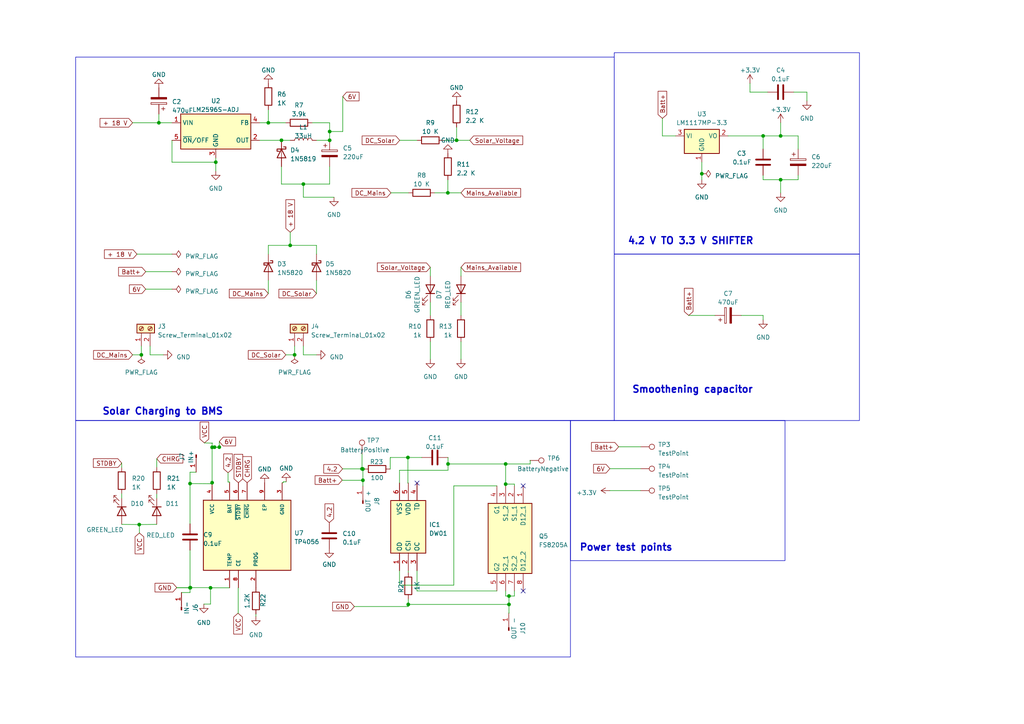
<source format=kicad_sch>
(kicad_sch (version 20230121) (generator eeschema)
  (paper "A4")
  (lib_symbols
    (symbol "Connector:Conn_01x01_Pin" (pin_names (offset 1.016) hide)
      (property "Reference" "J" (at 0 2.54 0))
      (property "Value" "Conn_01x01_Pin" (at 0 -2.54 0))
      (symbol "Conn_01x01_Pin_1_1"
        (pin passive line (at 5.08 0 180) (length 3.81) (name "Pin_1") (number "1"))
      )
    )
    (symbol "Connector:Screw_Terminal_01x02" (pin_names (offset 1.016) hide)
      (property "Reference" "J" (at 0 2.54 0))
      (property "Value" "Screw_Terminal_01x02" (at 0 -5.08 0))
      (symbol "Screw_Terminal_01x02_1_1"
        (pin passive line (at -5.08 0 0) (length 3.81) (name "Pin_1") (number "1"))
        (pin passive line (at -5.08 -2.54 0) (length 3.81) (name "Pin_2") (number "2"))
      )
    )
    (symbol "Connector:TestPoint" (pin_numbers hide) (pin_names (offset 0.762) hide)
      (property "Reference" "TP" (at 0 6.858 0))
      (property "Value" "TestPoint" (at 0 5.08 0))
      (symbol "TestPoint_1_1"
        (pin passive line (at 0 0 90) (length 2.54) (name "1") (number "1"))
      )
    )
    (symbol "DW01:DW01"
      (property "Reference" "IC" (at 21.59 7.62 0))
      (property "Value" "DW01" (at 21.59 5.08 0))
      (symbol "DW01_1_1"
        (pin passive line (at 0 0 0) (length 5.08) (name "OD") (number "1"))
        (pin passive line (at 0 -2.54 0) (length 5.08) (name "CSI") (number "2"))
        (pin passive line (at 0 -5.08 0) (length 5.08) (name "OC") (number "3"))
        (pin passive line (at 25.4 -5.08 180) (length 5.08) (name "TD") (number "4"))
        (pin passive line (at 25.4 -2.54 180) (length 5.08) (name "VDD") (number "5"))
        (pin passive line (at 25.4 0 180) (length 5.08) (name "VSS") (number "6"))
      )
    )
    (symbol "Device:C" (pin_numbers hide) (pin_names (offset 0.254))
      (property "Reference" "C" (at 0.635 2.54 0))
      (property "Value" "C" (at 0.635 -2.54 0))
      (symbol "C_1_1"
        (pin passive line (at 0 3.81 270) (length 2.794) (name "~") (number "1"))
        (pin passive line (at 0 -3.81 90) (length 2.794) (name "~") (number "2"))
      )
    )
    (symbol "Device:C_Polarized" (pin_numbers hide) (pin_names (offset 0.254))
      (property "Reference" "C" (at 0.635 2.54 0))
      (property "Value" "C_Polarized" (at 0.635 -2.54 0))
      (symbol "C_Polarized_1_1"
        (pin passive line (at 0 3.81 270) (length 2.794) (name "~") (number "1"))
        (pin passive line (at 0 -3.81 90) (length 2.794) (name "~") (number "2"))
      )
    )
    (symbol "Device:L" (pin_numbers hide) (pin_names (offset 1.016) hide)
      (property "Reference" "L" (at -1.27 0 90))
      (property "Value" "L" (at 1.905 0 90))
      (symbol "L_1_1"
        (pin passive line (at 0 3.81 270) (length 1.27) (name "1") (number "1"))
        (pin passive line (at 0 -3.81 90) (length 1.27) (name "2") (number "2"))
      )
    )
    (symbol "Device:LED" (pin_numbers hide) (pin_names (offset 1.016) hide)
      (property "Reference" "D" (at 0 2.54 0))
      (property "Value" "LED" (at 0 -2.54 0))
      (symbol "LED_1_1"
        (pin passive line (at -3.81 0 0) (length 2.54) (name "K") (number "1"))
        (pin passive line (at 3.81 0 180) (length 2.54) (name "A") (number "2"))
      )
    )
    (symbol "Device:R" (pin_numbers hide) (pin_names (offset 0))
      (property "Reference" "R" (at 2.032 0 90))
      (property "Value" "R" (at 0 0 90))
      (symbol "R_1_1"
        (pin passive line (at 0 3.81 270) (length 1.27) (name "~") (number "1"))
        (pin passive line (at 0 -3.81 90) (length 1.27) (name "~") (number "2"))
      )
    )
    (symbol "Diode:1N5819" (pin_numbers hide) (pin_names (offset 1.016) hide)
      (property "Reference" "D" (at 0 2.54 0))
      (property "Value" "1N5819" (at 0 -2.54 0))
      (symbol "1N5819_1_1"
        (pin passive line (at -3.81 0 0) (length 2.54) (name "K") (number "1"))
        (pin passive line (at 3.81 0 180) (length 2.54) (name "A") (number "2"))
      )
    )
    (symbol "Diode:1N5820" (pin_numbers hide) (pin_names (offset 1.016) hide)
      (property "Reference" "D" (at 0 2.54 0))
      (property "Value" "1N5820" (at 0 -2.54 0))
      (symbol "1N5820_1_1"
        (pin passive line (at -3.81 0 0) (length 2.54) (name "K") (number "1"))
        (pin passive line (at 3.81 0 180) (length 2.54) (name "A") (number "2"))
      )
    )
    (symbol "FS8205A:FS8205A"
      (property "Reference" "Q" (at 26.67 7.62 0))
      (property "Value" "FS8205A" (at 26.67 5.08 0))
      (symbol "FS8205A_1_1"
        (pin passive line (at 0 0 0) (length 5.08) (name "D12_1") (number "1"))
        (pin passive line (at 0 -2.54 0) (length 5.08) (name "S1_1") (number "2"))
        (pin passive line (at 0 -5.08 0) (length 5.08) (name "S1_2") (number "3"))
        (pin passive line (at 0 -7.62 0) (length 5.08) (name "G1") (number "4"))
        (pin passive line (at 30.48 -7.62 180) (length 5.08) (name "G2") (number "5"))
        (pin passive line (at 30.48 -5.08 180) (length 5.08) (name "S2_1") (number "6"))
        (pin passive line (at 30.48 -2.54 180) (length 5.08) (name "S2_2") (number "7"))
        (pin passive line (at 30.48 0 180) (length 5.08) (name "D12_2") (number "8"))
      )
    )
    (symbol "Regulator_Linear:LM1117MP-3.3"
      (property "Reference" "U" (at -3.81 3.175 0))
      (property "Value" "LM1117MP-3.3" (at 0 3.175 0))
      (symbol "LM1117MP-3.3_1_1"
        (pin power_in line (at 0 -7.62 90) (length 2.54) (name "GND") (number "1"))
        (pin power_out line (at 7.62 0 180) (length 2.54) (name "VO") (number "2"))
        (pin power_in line (at -7.62 0 0) (length 2.54) (name "VI") (number "3"))
      )
    )
    (symbol "Regulator_Switching:LM2596S-ADJ"
      (property "Reference" "U" (at -10.16 6.35 0))
      (property "Value" "LM2596S-ADJ" (at 0 6.35 0))
      (symbol "LM2596S-ADJ_1_1"
        (pin power_in line (at -12.7 2.54 0) (length 2.54) (name "VIN") (number "1"))
        (pin output line (at 12.7 -2.54 180) (length 2.54) (name "OUT") (number "2"))
        (pin power_in line (at 0 -7.62 90) (length 2.54) (name "GND") (number "3"))
        (pin input line (at 12.7 2.54 180) (length 2.54) (name "FB") (number "4"))
        (pin input line (at -12.7 -2.54 0) (length 2.54) (name "~{ON}/OFF") (number "5"))
      )
    )
    (symbol "TP4056:TP4056" (pin_names (offset 1.016))
      (property "Reference" "U" (at -10.16 13.208 0))
      (property "Value" "TP4056" (at -10.16 -15.24 0))
      (symbol "TP4056_0_0"
        (pin input line (at -15.24 5.08 0) (length 5.08) (name "TEMP") (number "1"))
        (pin bidirectional line (at -15.24 -2.54 0) (length 5.08) (name "PROG") (number "2"))
        (pin power_in line (at 15.24 -10.16 180) (length 5.08) (name "GND") (number "3"))
        (pin power_in line (at 15.24 10.16 180) (length 5.08) (name "VCC") (number "4"))
        (pin output line (at 15.24 5.08 180) (length 5.08) (name "BAT") (number "5"))
        (pin output line (at 15.24 2.54 180) (length 5.08) (name "~{STDBY}") (number "6"))
        (pin output line (at 15.24 0 180) (length 5.08) (name "~{CHRG}") (number "7"))
        (pin input line (at -15.24 2.54 0) (length 5.08) (name "CE") (number "8"))
        (pin passive line (at 15.24 -5.08 180) (length 5.08) (name "EP") (number "9"))
      )
    )
    (symbol "power:+3.3V" (power) (pin_names (offset 0))
      (property "Value" "+3.3V" (at 0 3.556 0))
      (symbol "+3.3V_1_1"
        (pin power_in line (at 0 0 90) (length 0) hide (name "+3.3V") (number "1"))
      )
    )
    (symbol "power:GND" (power) (pin_names (offset 0))
      (property "Value" "GND" (at 0 -3.81 0))
      (symbol "GND_1_1"
        (pin power_in line (at 0 0 270) (length 0) hide (name "GND") (number "1"))
      )
    )
    (symbol "power:PWR_FLAG" (power) (pin_numbers hide) (pin_names (offset 0) hide)
      (property "Value" "PWR_FLAG" (at 0 3.81 0))
      (symbol "PWR_FLAG_0_0"
        (pin power_out line (at 0 0 90) (length 0) (name "pwr") (number "1"))
      )
    )
  )
  (junction (at 118.4148 175.3108))
  (junction (at 40.386 152.146))
  (junction (at 105.0036 135.9916))
  (junction (at 62.23 129.6924))
  (junction (at 203.5556 50.3936))
  (junction (at 226.4156 39.4208))
  (junction (at 146.6596 134.5692))
  (junction (at 81.6356 40.6908))
  (junction (at 221.3356 39.4208))
  (junction (at 226.4156 52.1208))
  (junction (at 105.2576 139.2936))
  (junction (at 95.6056 40.6908))
  (junction (at 77.8256 35.6108))
  (junction (at 87.9856 53.3908))
  (junction (at 84.1756 71.1708))
  (junction (at 105.2576 136.0424))
  (junction (at 129.8956 55.9308))
  (junction (at 46.0756 35.6108))
  (junction (at 129.9464 134.5692))
  (junction (at 61.5188 140.0048))
  (junction (at 132.4356 40.6908))
  (junction (at 85.4456 102.9208))
  (junction (at 146.6596 140.4112))
  (junction (at 63.6016 129.6924))
  (junction (at 62.5856 47.0408))
  (junction (at 55.118 140.2588))
  (junction (at 118.3132 132.6896))
  (junction (at 61.0616 170.4848))
  (junction (at 147.6248 175.3108))
  (junction (at 61.5188 129.7432))
  (junction (at 40.9956 102.9208))
  (junction (at 55.2196 170.434))
  (junction (at 55.118 170.4848))
  (junction (at 147.6248 172.8724))
  (junction (at 95.6056 38.1508))
  (no_connect (at 151.7396 140.9192))
  (no_connect (at 120.9548 140.1064))
  (no_connect (at 151.7396 171.3992))
  (wire (pts (xy 43.5356 102.9208) (xy 47.3456 102.9208)))
  (wire (pts (xy 133.7056 99.1108) (xy 133.7056 104.1908)))
  (wire (pts (xy 120.9548 171.3992) (xy 144.1196 171.3992)))
  (wire (pts (xy 55.2196 170.434) (xy 61.0616 170.434)))
  (wire (pts (xy 124.8156 99.1108) (xy 124.8156 104.1908)))
  (wire (pts (xy 63.6016 129.6924) (xy 62.23 129.6924)))
  (wire (pts (xy 75.2856 35.6108) (xy 77.8256 35.6108)))
  (wire (pts (xy 59.2836 128.4732) (xy 61.6204 128.524)))
  (wire (pts (xy 99.3648 135.9916) (xy 105.0036 135.9916)))
  (wire (pts (xy 146.6596 134.5692) (xy 153.7716 134.5692)))
  (wire (pts (xy 91.7956 71.1708) (xy 91.7956 73.7108)))
  (wire (pts (xy 115.8748 169.7228) (xy 115.8748 165.5064)))
  (wire (pts (xy 146.6596 172.8724) (xy 147.6248 172.8724)))
  (wire (pts (xy 132.4356 36.8808) (xy 132.4356 40.6908)))
  (wire (pts (xy 113.2332 132.6896) (xy 118.3132 132.6896)))
  (wire (pts (xy 221.3356 91.4908) (xy 221.3356 92.7608)))
  (wire (pts (xy 56.896 136.9568) (xy 55.118 136.9568)))
  (wire (pts (xy 40.9956 102.9208) (xy 38.4556 102.9208)))
  (wire (pts (xy 118.4148 166.116) (xy 118.4148 165.5064)))
  (wire (pts (xy 90.5256 35.6108) (xy 95.6056 35.6108)))
  (wire (pts (xy 62.23 129.6924) (xy 61.5188 129.7432)))
  (wire (pts (xy 61.5188 129.7432) (xy 61.5188 139.2936)))
  (wire (pts (xy 63.6016 129.6924) (xy 63.6016 129.7432)))
  (wire (pts (xy 35.306 143.2052) (xy 35.306 144.4752)))
  (wire (pts (xy 49.8856 40.6908) (xy 49.8856 47.0408)))
  (wire (pts (xy 149.1996 140.4112) (xy 146.6596 140.4112)))
  (wire (pts (xy 59.1312 175.2092) (xy 61.0616 175.2092)))
  (wire (pts (xy 149.1996 172.8724) (xy 149.1996 171.3992)))
  (wire (pts (xy 91.7956 40.6908) (xy 95.6056 40.6908)))
  (wire (pts (xy 62.23 129.7432) (xy 62.23 129.6924)))
  (wire (pts (xy 99.4156 38.1508) (xy 95.6056 38.1508)))
  (wire (pts (xy 40.386 152.146) (xy 45.466 152.0952)))
  (wire (pts (xy 75.2856 40.6908) (xy 81.6356 40.6908)))
  (wire (pts (xy 62.5856 45.7708) (xy 62.5856 47.0408)))
  (wire (pts (xy 85.4456 102.9208) (xy 82.9056 102.9208)))
  (wire (pts (xy 146.6596 140.9192) (xy 146.6596 140.4112)))
  (wire (pts (xy 146.6596 140.4112) (xy 146.6596 134.5692)))
  (wire (pts (xy 40.4368 154.5844) (xy 40.4368 152.146)))
  (wire (pts (xy 153.7716 134.5692) (xy 153.7716 133.5532)))
  (wire (pts (xy 179.4256 129.5908) (xy 185.7756 129.5908)))
  (wire (pts (xy 105.2576 136.0424) (xy 105.5624 136.0424)))
  (wire (pts (xy 77.8256 81.3308) (xy 77.8256 85.1408)))
  (wire (pts (xy 35.306 135.5852) (xy 35.306 134.3152)))
  (wire (pts (xy 231.4956 39.4208) (xy 231.4956 43.2308)))
  (wire (pts (xy 131.6228 140.9192) (xy 131.6228 169.7228)))
  (wire (pts (xy 87.9856 57.2008) (xy 96.8756 57.2008)))
  (wire (pts (xy 55.2196 170.434) (xy 55.2196 170.4848)))
  (wire (pts (xy 113.2332 132.6896) (xy 113.2332 132.7404)))
  (wire (pts (xy 129.8956 52.1208) (xy 129.8956 55.9308)))
  (wire (pts (xy 126.0856 55.9308) (xy 129.8956 55.9308)))
  (wire (pts (xy 105.0036 131.6736) (xy 105.0036 135.9916)))
  (wire (pts (xy 45.466 133.0452) (xy 45.466 135.5852)))
  (wire (pts (xy 51.2572 170.4848) (xy 55.118 170.4848)))
  (wire (pts (xy 61.4172 140.3096) (xy 61.4172 140.1572)))
  (wire (pts (xy 61.0616 170.434) (xy 61.0616 170.4848)))
  (wire (pts (xy 99.4156 27.9908) (xy 99.4156 38.1508)))
  (wire (pts (xy 115.9256 40.6908) (xy 121.0056 40.6908)))
  (wire (pts (xy 82.1436 139.7508) (xy 82.1436 140.0048)))
  (wire (pts (xy 84.1756 71.1708) (xy 91.7956 71.1708)))
  (wire (pts (xy 118.4148 173.736) (xy 118.4148 175.3108)))
  (wire (pts (xy 66.1416 137.1092) (xy 66.1416 139.8016)))
  (wire (pts (xy 55.118 171.8564) (xy 55.118 170.4848)))
  (wire (pts (xy 128.6256 40.6908) (xy 132.4356 40.6908)))
  (wire (pts (xy 203.5556 52.1208) (xy 203.5556 50.3936)))
  (wire (pts (xy 46.0756 33.0708) (xy 46.0756 35.6108)))
  (wire (pts (xy 95.6056 38.1508) (xy 95.6056 40.6908)))
  (wire (pts (xy 66.5988 139.8016) (xy 66.5988 140.0048)))
  (wire (pts (xy 69.088 177.8508) (xy 69.088 170.4848)))
  (wire (pts (xy 52.6288 171.8564) (xy 55.118 171.8564)))
  (wire (pts (xy 63.6016 129.7432) (xy 62.23 129.7432)))
  (wire (pts (xy 61.5188 139.2936) (xy 61.5696 140.0048)))
  (wire (pts (xy 81.6356 53.3908) (xy 87.9856 53.3908)))
  (wire (pts (xy 83.0072 139.7508) (xy 82.1436 139.7508)))
  (wire (pts (xy 221.3356 39.4208) (xy 221.3356 43.2308)))
  (wire (pts (xy 217.5256 26.7208) (xy 222.6056 26.7208)))
  (wire (pts (xy 132.4356 40.6908) (xy 136.2456 40.6908)))
  (wire (pts (xy 131.6228 169.7228) (xy 115.8748 169.7228)))
  (wire (pts (xy 66.1416 139.8016) (xy 66.5988 139.8016)))
  (wire (pts (xy 45.466 144.4752) (xy 45.466 143.2052)))
  (wire (pts (xy 99.2632 139.2936) (xy 105.2576 139.2936)))
  (wire (pts (xy 61.5696 140.0048) (xy 61.5188 140.0048)))
  (wire (pts (xy 105.2576 140.97) (xy 105.2576 139.2936)))
  (wire (pts (xy 146.6596 134.5692) (xy 129.9464 134.5692)))
  (wire (pts (xy 118.4148 175.3108) (xy 118.4148 175.9204)))
  (wire (pts (xy 55.0164 140.2588) (xy 55.118 140.2588)))
  (wire (pts (xy 124.8156 80.0608) (xy 124.8156 77.5208)))
  (wire (pts (xy 129.9464 132.6896) (xy 129.9464 134.5692)))
  (wire (pts (xy 61.0616 175.2092) (xy 61.0616 170.4848)))
  (wire (pts (xy 230.2256 26.7208) (xy 234.0356 26.7208)))
  (wire (pts (xy 221.3356 52.1208) (xy 226.4156 52.1208)))
  (wire (pts (xy 51.2572 170.434) (xy 51.2572 170.4848)))
  (wire (pts (xy 55.118 136.9568) (xy 55.118 140.2588)))
  (wire (pts (xy 105.0036 135.9916) (xy 105.0036 136.0424)))
  (wire (pts (xy 217.5256 24.1808) (xy 217.5256 26.7208)))
  (wire (pts (xy 62.5856 47.0408) (xy 62.5856 49.5808)))
  (wire (pts (xy 74.2188 178.7652) (xy 74.2188 178.1048)))
  (wire (pts (xy 226.4156 39.4208) (xy 231.4956 39.4208)))
  (wire (pts (xy 61.6204 128.524) (xy 61.5188 128.524)))
  (wire (pts (xy 105.2576 139.2936) (xy 105.2576 136.0424)))
  (wire (pts (xy 40.4368 152.146) (xy 40.386 152.146)))
  (wire (pts (xy 118.3132 132.6896) (xy 118.3132 140.1064)))
  (wire (pts (xy 118.3132 140.1064) (xy 118.4148 140.1064)))
  (wire (pts (xy 84.1756 67.3608) (xy 84.1756 71.1708)))
  (wire (pts (xy 95.6056 53.3908) (xy 95.6056 48.3108)))
  (wire (pts (xy 95.6056 35.6108) (xy 95.6056 38.1508)))
  (wire (pts (xy 176.8856 142.2908) (xy 185.7756 142.2908)))
  (wire (pts (xy 61.5188 140.1572) (xy 61.5188 140.0048)))
  (wire (pts (xy 226.4156 52.1208) (xy 231.4956 52.1208)))
  (wire (pts (xy 147.6248 175.3108) (xy 147.6248 172.8724)))
  (wire (pts (xy 69.088 170.4848) (xy 69.1388 170.4848)))
  (wire (pts (xy 214.9856 91.4908) (xy 221.3356 91.4908)))
  (wire (pts (xy 46.0756 35.6108) (xy 49.8856 35.6108)))
  (wire (pts (xy 105.0036 136.0424) (xy 105.2576 136.0424)))
  (wire (pts (xy 61.4172 140.1572) (xy 61.5188 140.1572)))
  (wire (pts (xy 77.8256 71.1708) (xy 84.1756 71.1708)))
  (wire (pts (xy 82.1436 140.0048) (xy 81.8388 140.0048)))
  (wire (pts (xy 113.3856 55.9308) (xy 118.4656 55.9308)))
  (wire (pts (xy 113.2332 132.7404) (xy 113.1824 132.7404)))
  (wire (pts (xy 85.4456 100.3808) (xy 85.4456 102.9208)))
  (wire (pts (xy 147.6248 172.8724) (xy 149.1996 172.8724)))
  (wire (pts (xy 221.3356 52.1208) (xy 221.3356 50.8508)))
  (wire (pts (xy 81.6356 40.6908) (xy 84.1756 40.6908)))
  (wire (pts (xy 133.7056 77.5208) (xy 133.7056 80.0608)))
  (wire (pts (xy 153.7716 133.5532) (xy 153.7208 133.5532)))
  (wire (pts (xy 147.6248 177.8) (xy 147.6248 175.3108)))
  (wire (pts (xy 221.3356 39.4208) (xy 226.4156 39.4208)))
  (wire (pts (xy 129.9464 134.5692) (xy 129.9464 136.398)))
  (wire (pts (xy 87.9856 53.3908) (xy 87.9856 57.2008)))
  (wire (pts (xy 61.5188 128.524) (xy 61.5188 129.7432)))
  (wire (pts (xy 42.2656 78.7908) (xy 49.8856 78.7908)))
  (wire (pts (xy 81.6356 48.3108) (xy 81.6356 53.3908)))
  (wire (pts (xy 35.306 152.0952) (xy 40.386 152.146)))
  (wire (pts (xy 77.8256 31.8008) (xy 77.8256 35.6108)))
  (wire (pts (xy 176.8856 135.9408) (xy 185.7756 135.9408)))
  (wire (pts (xy 51.2572 170.434) (xy 55.2196 170.434)))
  (wire (pts (xy 144.1196 140.9192) (xy 131.6228 140.9192)))
  (wire (pts (xy 87.9856 53.3908) (xy 95.6056 53.3908)))
  (wire (pts (xy 87.9856 102.9208) (xy 91.7956 102.9208)))
  (wire (pts (xy 195.9356 39.4208) (xy 192.1256 39.4208)))
  (wire (pts (xy 118.4148 175.9204) (xy 102.7684 175.9204)))
  (wire (pts (xy 63.6016 128.0668) (xy 63.6016 129.6924)))
  (wire (pts (xy 99.2632 139.2428) (xy 99.2632 139.2936)))
  (wire (pts (xy 42.2656 83.8708) (xy 49.8856 83.8708)))
  (wire (pts (xy 55.0164 140.2588) (xy 61.4172 140.3096)))
  (wire (pts (xy 149.1996 140.9192) (xy 149.1996 140.4112)))
  (wire (pts (xy 43.5356 100.3808) (xy 43.5356 102.9208)))
  (wire (pts (xy 211.1756 39.4208) (xy 221.3356 39.4208)))
  (wire (pts (xy 203.5556 50.3936) (xy 203.5556 47.0408)))
  (wire (pts (xy 55.118 159.5628) (xy 55.118 170.4848)))
  (wire (pts (xy 147.574 177.8) (xy 147.6248 177.8)))
  (wire (pts (xy 129.8956 55.9308) (xy 133.7056 55.9308)))
  (wire (pts (xy 231.4956 52.1208) (xy 231.4956 50.8508)))
  (wire (pts (xy 38.4556 35.6108) (xy 46.0756 35.6108)))
  (wire (pts (xy 199.7456 91.4908) (xy 207.3656 91.4908)))
  (wire (pts (xy 77.8256 35.6108) (xy 82.9056 35.6108)))
  (wire (pts (xy 40.9956 100.3808) (xy 40.9956 102.9208)))
  (wire (pts (xy 113.1824 132.7404) (xy 113.1824 136.0424)))
  (wire (pts (xy 115.8748 140.1064) (xy 115.8748 136.398)))
  (wire (pts (xy 69.0372 177.8508) (xy 69.088 177.8508)))
  (wire (pts (xy 49.8856 47.0408) (xy 62.5856 47.0408)))
  (wire (pts (xy 55.2196 170.4848) (xy 55.118 170.4848)))
  (wire (pts (xy 146.6596 171.3992) (xy 146.6596 172.8724)))
  (wire (pts (xy 61.0616 170.4848) (xy 66.5988 170.4848)))
  (wire (pts (xy 118.4148 175.3108) (xy 147.6248 175.3108)))
  (wire (pts (xy 226.4156 35.6108) (xy 226.4156 39.4208)))
  (wire (pts (xy 120.9548 165.5064) (xy 120.9548 171.3992)))
  (wire (pts (xy 124.8156 87.6808) (xy 124.8156 91.4908)))
  (wire (pts (xy 192.1256 39.4208) (xy 192.1256 34.3408)))
  (wire (pts (xy 39.7256 73.7108) (xy 49.8856 73.7108)))
  (wire (pts (xy 91.7956 81.3308) (xy 91.7956 85.1408)))
  (wire (pts (xy 234.0356 26.7208) (xy 234.0356 29.2608)))
  (wire (pts (xy 133.7056 87.6808) (xy 133.7056 91.4908)))
  (wire (pts (xy 87.9856 100.3808) (xy 87.9856 102.9208)))
  (wire (pts (xy 118.3132 132.6896) (xy 122.3264 132.6896)))
  (wire (pts (xy 77.8256 73.7108) (xy 77.8256 71.1708)))
  (wire (pts (xy 55.118 140.2588) (xy 55.118 151.9428)))
  (wire (pts (xy 226.4156 52.1208) (xy 226.4156 55.9308)))
  (wire (pts (xy 115.8748 136.398) (xy 129.9464 136.398)))
  (rectangle (start 178.1556 15.2908) (end 249.2756 73.7108))
  (rectangle (start 178.1556 73.7108) (end 249.2756 121.9708))
  (rectangle (start 165.4556 121.9708) (end 227.6856 162.6108))
  (rectangle (start 21.9456 16.5608) (end 178.1556 121.9708))
  (rectangle (start 21.9456 121.9708) (end 165.4556 190.5508))
  (text "4.2 V TO 3.3 V SHIFTER\n" (at 181.9656 71.1708 0) (effects (font (size 2 2) (thickness 0.4) bold) (justify left bottom)))
  (text "Smoothening capacitor\n\n\n" (at 183.2356 120.7008 0) (effects (font (size 2 2) (thickness 0.4) bold) (justify left bottom)))
  (text "Solar Charging to BMS\n\n\n" (at 29.5656 127.0508 0) (effects (font (size 2 2) (thickness 0.4) bold) (justify left bottom)))
  (text "Power test points\n" (at 167.9956 160.0708 0) (effects (font (size 2 2) (thickness 0.4) bold) (justify left bottom)))
  (global_label "GND" (shape input) (at 51.2572 170.434 180) (property "Intersheetrefs" "${INTERSHEET_REFS}" (effects hide)))
  (global_label "4.2" (shape input) (at 66.1416 137.1092 90) (property "Intersheetrefs" "${INTERSHEET_REFS}" (effects hide)))
  (global_label "DC_Mains" (shape input) (at 113.3856 55.9308 180) (property "Intersheetrefs" "${INTERSHEET_REFS}" (effects hide)))
  (global_label "Batt+" (shape input) (at 179.4256 129.5908 180) (property "Intersheetrefs" "${INTERSHEET_REFS}" (effects hide)))
  (global_label "DC_Solar" (shape input) (at 82.9056 102.9208 180) (property "Intersheetrefs" "${INTERSHEET_REFS}" (effects hide)))
  (global_label "+ 18 V" (shape input) (at 38.4556 35.6108 180) (property "Intersheetrefs" "${INTERSHEET_REFS}" (effects hide)))
  (global_label "Mains_Available" (shape input) (at 133.7056 77.5208 0) (property "Intersheetrefs" "${INTERSHEET_REFS}" (effects hide)))
  (global_label "VCC" (shape input) (at 40.4368 154.5844 270) (property "Intersheetrefs" "${INTERSHEET_REFS}" (effects hide)))
  (global_label "+ 18 V" (shape input) (at 39.7256 73.7108 180) (property "Intersheetrefs" "${INTERSHEET_REFS}" (effects hide)))
  (global_label "Batt+" (shape input) (at 42.2656 78.7908 180) (property "Intersheetrefs" "${INTERSHEET_REFS}" (effects hide)))
  (global_label "Batt+" (shape input) (at 99.2632 139.2428 180) (property "Intersheetrefs" "${INTERSHEET_REFS}" (effects hide)))
  (global_label "Solar_Voltage" (shape input) (at 124.8156 77.5208 180) (property "Intersheetrefs" "${INTERSHEET_REFS}" (effects hide)))
  (global_label "Solar_Voltage" (shape input) (at 136.2456 40.6908 0) (property "Intersheetrefs" "${INTERSHEET_REFS}" (effects hide)))
  (global_label "+ 18 V" (shape input) (at 84.1756 67.3608 90) (property "Intersheetrefs" "${INTERSHEET_REFS}" (effects hide)))
  (global_label "CHRG" (shape input) (at 71.6788 140.0048 90) (property "Intersheetrefs" "${INTERSHEET_REFS}" (effects hide)))
  (global_label "4.2" (shape input) (at 95.504 151.5872 90) (property "Intersheetrefs" "${INTERSHEET_REFS}" (effects hide)))
  (global_label "6V" (shape input) (at 63.6016 128.0668 0) (property "Intersheetrefs" "${INTERSHEET_REFS}" (effects hide)))
  (global_label "Batt+" (shape input) (at 192.1256 34.3408 90) (property "Intersheetrefs" "${INTERSHEET_REFS}" (effects hide)))
  (global_label "STDBY" (shape input) (at 35.306 134.3152 180) (property "Intersheetrefs" "${INTERSHEET_REFS}" (effects hide)))
  (global_label "Mains_Available" (shape input) (at 133.7056 55.9308 0) (property "Intersheetrefs" "${INTERSHEET_REFS}" (effects hide)))
  (global_label "DC_Mains" (shape input) (at 77.8256 85.1408 180) (property "Intersheetrefs" "${INTERSHEET_REFS}" (effects hide)))
  (global_label "6V" (shape input) (at 42.2656 83.8708 180) (property "Intersheetrefs" "${INTERSHEET_REFS}" (effects hide)))
  (global_label "DC_Solar" (shape input) (at 115.9256 40.6908 180) (property "Intersheetrefs" "${INTERSHEET_REFS}" (effects hide)))
  (global_label "Batt+" (shape input) (at 199.7456 91.4908 90) (property "Intersheetrefs" "${INTERSHEET_REFS}" (effects hide)))
  (global_label "DC_Mains" (shape input) (at 38.4556 102.9208 180) (property "Intersheetrefs" "${INTERSHEET_REFS}" (effects hide)))
  (global_label "CHRG" (shape input) (at 45.466 133.0452 0) (property "Intersheetrefs" "${INTERSHEET_REFS}" (effects hide)))
  (global_label "VCC" (shape input) (at 59.2836 128.4732 90) (property "Intersheetrefs" "${INTERSHEET_REFS}" (effects hide)))
  (global_label "4.2" (shape input) (at 99.3648 135.9916 180) (property "Intersheetrefs" "${INTERSHEET_REFS}" (effects hide)))
  (global_label "VCC" (shape input) (at 69.0372 177.8508 270) (property "Intersheetrefs" "${INTERSHEET_REFS}" (effects hide)))
  (global_label "DC_Solar" (shape input) (at 91.7956 85.1408 180) (property "Intersheetrefs" "${INTERSHEET_REFS}" (effects hide)))
  (global_label "6V" (shape input) (at 99.4156 27.9908 0) (property "Intersheetrefs" "${INTERSHEET_REFS}" (effects hide)))
  (global_label "STDBY" (shape input) (at 69.1388 140.0048 90) (property "Intersheetrefs" "${INTERSHEET_REFS}" (effects hide)))
  (global_label "GND" (shape input) (at 102.7684 175.9204 180) (property "Intersheetrefs" "${INTERSHEET_REFS}" (effects hide)))
  (global_label "6V" (shape input) (at 176.8856 135.9408 180) (property "Intersheetrefs" "${INTERSHEET_REFS}" (effects hide)))
  (symbol (lib_id "Connector:Conn_01x01_Pin") (at 105.2576 146.05 90) (unit 1)
    (property "Reference" "J8" (at 109.3216 145.415 0))
    (property "Value" "OUT +" (at 106.7816 145.415 0))
    (property "Footprint" "Connector_PinHeader_2.54mm:PinHeader_1x01_P2.54mm_Vertical" (effects hide))
    (instances (project "RECTIFIED CIRCUIT" (path "" (reference "J8") (unit 1))) (project "Power" (path "" (reference "J8") (unit 1))) (project "CHARGING CIRCUIT" (path "" (reference "J5") (unit 1))) (project "POWER  WATER CIRCUIT" (path "" (reference "J5") (unit 1))))
  )
  (symbol (lib_id "power:GND") (at 59.1312 175.2092 0) (unit 1)
    (property "Reference" "#PWR039" (effects hide))
    (property "Value" "GND" (at 59.1312 180.594 0))
    (instances (project "RECTIFIED CIRCUIT" (path "" (reference "#PWR039") (unit 1))) (project "Power" (path "" (reference "#PWR039") (unit 1))) (project "CHARGING CIRCUIT" (path "" (reference "#PWR09") (unit 1))) (project "POWER  WATER CIRCUIT" (path "" (reference "#PWR03") (unit 1))))
  )
  (symbol (lib_id "power:GND") (at 77.8256 24.1808 180) (unit 1)
    (property "Reference" "#PWR015" (effects hide))
    (property "Value" "GND" (at 77.8256 20.3708 0))
    (instances (project "RECTIFIED CIRCUIT" (path "" (reference "#PWR015") (unit 1)) (path "" (reference "#PWR016") (unit 1)) (path "" (reference "#PWR06") (unit 1))) (project "Power" (path "" (reference "#PWR015") (unit 1))) (project "POWER  WATER CIRCUIT" (path "" (reference "#PWR07") (unit 1))))
  )
  (symbol (lib_id "Device:R") (at 35.306 139.3952 0) (unit 1)
    (property "Reference" "R20" (at 38.2016 138.7602 0) (effects (justify left)))
    (property "Value" "1K" (at 38.2016 141.3002 0) (effects (justify left)))
    (property "Footprint" "Resistor_SMD:R_0805_2012Metric_Pad1.20x1.40mm_HandSolder" (effects hide))
    (instances (project "RECTIFIED CIRCUIT" (path "" (reference "R20") (unit 1))) (project "Power" (path "" (reference "R20") (unit 1))) (project "CHARGING CIRCUIT" (path "" (reference "R1") (unit 1))) (project "POWER  WATER CIRCUIT" (path "" (reference "R1") (unit 1))))
  )
  (symbol (lib_id "DW01:DW01") (at 115.8748 165.5064 90) (unit 1)
    (property "Reference" "IC1" (at 124.46 152.1714 90) (effects (justify right)))
    (property "Value" "DW01" (at 124.46 154.7114 90) (effects (justify right)))
    (property "Footprint" "SOT95P280X135-6N" (effects hide))
    (property "Datasheet" "https://datasheet.lcsc.com/szlcsc/1906271838_SLKORMICRO-Elec-DW01_C359989.pdf" (effects hide))
    (property "Height" "1.35" (effects hide))
    (property "Manufacturer_Name" "Slkor" (effects hide))
    (property "Manufacturer_Part_Number" "DW01" (effects hide))
  )
  (symbol (lib_id "FS8205A:FS8205A") (at 151.7396 140.9192 270) (unit 1)
    (property "Reference" "Q5" (at 156.2608 155.5242 90) (effects (justify left)))
    (property "Value" "FS8205A" (at 156.2608 158.0642 90) (effects (justify left)))
    (property "Footprint" "SOP65P640X120-8N" (effects hide))
    (property "Datasheet" "http://www.ic-fortune.com/upload/Download/FS8205A-DS-12_EN.pdf" (effects hide))
    (property "Height" "1.2" (effects hide))
    (property "Manufacturer_Name" "Fortune Semiconductor Corporation" (effects hide))
    (property "Manufacturer_Part_Number" "FS8205A" (effects hide))
    (instances (project "RECTIFIED CIRCUIT" (path "" (reference "Q5") (unit 1))) (project "Power" (path "" (reference "Q5") (unit 1))) (project "CHARGING CIRCUIT" (path "" (reference "Q3") (unit 1))) (project "POWER  WATER CIRCUIT" (path "" (reference "Q1") (unit 1))))
  )
  (symbol (lib_id "Connector:Screw_Terminal_01x02") (at 85.4456 95.3008 90) (unit 1)
    (property "Reference" "J4" (at 90.17 94.6658 90) (effects (justify right)))
    (property "Value" "Screw_Terminal_01x02" (at 90.17 97.2058 90) (effects (justify right)))
    (property "Footprint" "TerminalBlock_Phoenix:TerminalBlock_Phoenix_MKDS-1,5-2-5.08_1x02_P5.08mm_Horizontal" (effects hide))
    (instances (project "RECTIFIED CIRCUIT" (path "" (reference "J4") (unit 1)) (path "" (reference "J3") (unit 1)) (path "" (reference "J2") (unit 1))) (project "Power" (path "" (reference "J4") (unit 1))) (project "POWER  WATER CIRCUIT" (path "" (reference "S0LAR1") (unit 1))))
  )
  (symbol (lib_id "Device:C_Polarized") (at 231.4956 47.0408 0) (unit 1)
    (property "Reference" "C6" (at 235.3056 45.5168 0) (effects (justify left)))
    (property "Value" "220uF" (at 235.3056 48.0568 0) (effects (justify left)))
    (property "Footprint" "Capacitor_Tantalum_SMD:CP_EIA-3528-15_AVX-H_Pad1.50x2.35mm_HandSolder" (effects hide))
    (instances (project "RECTIFIED CIRCUIT" (path "" (reference "C6") (unit 1)) (path "" (reference "C6") (unit 1)) (path "" (reference "C7") (unit 1))) (project "Power" (path "" (reference "C6") (unit 1))) (project "POWER  WATER CIRCUIT" (path "" (reference "C9") (unit 1))))
  )
  (symbol (lib_id "Connector:Screw_Terminal_01x02") (at 40.9956 95.3008 90) (unit 1)
    (property "Reference" "J3" (at 45.72 94.6658 90) (effects (justify right)))
    (property "Value" "Screw_Terminal_01x02" (at 45.72 97.2058 90) (effects (justify right)))
    (property "Footprint" "TerminalBlock_Phoenix:TerminalBlock_Phoenix_MKDS-1,5-2-5.08_1x02_P5.08mm_Horizontal" (effects hide))
    (instances (project "RECTIFIED CIRCUIT" (path "" (reference "J3") (unit 1)) (path "" (reference "J2") (unit 1)) (path "" (reference "J1") (unit 1))) (project "Power" (path "" (reference "J3") (unit 1))) (project "POWER  WATER CIRCUIT" (path "" (reference "18VMAINS1") (unit 1))))
  )
  (symbol (lib_id "power:GND") (at 221.3356 92.7608 0) (unit 1)
    (property "Reference" "#PWR030" (effects hide))
    (property "Value" "GND" (at 221.3356 97.8408 0))
    (instances (project "RECTIFIED CIRCUIT" (path "" (reference "#PWR030") (unit 1)) (path "" (reference "#PWR033") (unit 1)) (path "" (reference "#PWR018") (unit 1))) (project "Power" (path "" (reference "#PWR030") (unit 1))) (project "POWER  WATER CIRCUIT" (path "" (reference "#PWR019") (unit 1))))
  )
  (symbol (lib_id "power:GND") (at 83.0072 139.7508 180) (unit 1)
    (property "Reference" "#PWR042" (effects hide))
    (property "Value" "GND" (at 83.0072 135.8392 0))
    (instances (project "RECTIFIED CIRCUIT" (path "" (reference "#PWR042") (unit 1))) (project "Power" (path "" (reference "#PWR042") (unit 1))) (project "CHARGING CIRCUIT" (path "" (reference "#PWR011") (unit 1))) (project "POWER  WATER CIRCUIT" (path "" (reference "#PWR08") (unit 1))))
  )
  (symbol (lib_id "power:GND") (at 124.8156 104.1908 0) (unit 1)
    (property "Reference" "#PWR022" (effects hide))
    (property "Value" "GND" (at 124.8156 109.2708 0))
    (instances (project "RECTIFIED CIRCUIT" (path "" (reference "#PWR022") (unit 1)) (path "" (reference "#PWR023") (unit 1)) (path "" (reference "#PWR012") (unit 1))) (project "Power" (path "" (reference "#PWR022") (unit 1))) (project "POWER  WATER CIRCUIT" (path "" (reference "#PWR012") (unit 1))))
  )
  (symbol (lib_id "power:GND") (at 133.7056 104.1908 0) (unit 1)
    (property "Reference" "#PWR026" (effects hide))
    (property "Value" "GND" (at 133.7056 109.2708 0))
    (instances (project "RECTIFIED CIRCUIT" (path "" (reference "#PWR026") (unit 1)) (path "" (reference "#PWR027") (unit 1)) (path "" (reference "#PWR015") (unit 1))) (project "Power" (path "" (reference "#PWR026") (unit 1))) (project "POWER  WATER CIRCUIT" (path "" (reference "#PWR015") (unit 1))))
  )
  (symbol (lib_id "Connector:TestPoint") (at 153.7208 133.5532 270) (unit 1)
    (property "Reference" "TP6" (at 158.8008 132.9182 90) (effects (justify left)))
    (property "Value" "BatteryNegative" (at 150.0124 135.9916 90) (effects (justify left)))
    (property "Footprint" "TestPoint:TestPoint_Pad_4.0x4.0mm" (effects hide))
    (instances (project "RECTIFIED CIRCUIT" (path "" (reference "TP6") (unit 1))) (project "Power" (path "" (reference "TP6") (unit 1))) (project "POWER  WATER CIRCUIT" (path "" (reference "Batt-1") (unit 1))))
  )
  (symbol (lib_id "Device:C") (at 221.3356 47.0408 0) (unit 1)
    (property "Reference" "C3" (at 213.7156 44.5008 0) (effects (justify left)))
    (property "Value" "0.1uF" (at 212.4456 47.0408 0) (effects (justify left)))
    (property "Footprint" "Capacitor_SMD:C_0805_2012Metric_Pad1.18x1.45mm_HandSolder" (effects hide))
    (instances (project "RECTIFIED CIRCUIT" (path "" (reference "C3") (unit 1)) (path "" (reference "C3") (unit 1)) (path "" (reference "C5") (unit 1))) (project "Power" (path "" (reference "C3") (unit 1))) (project "POWER  WATER CIRCUIT" (path "" (reference "C7") (unit 1))))
  )
  (symbol (lib_id "Device:R") (at 124.8156 95.3008 0) (unit 1)
    (property "Reference" "R10" (at 122.2756 94.6658 0) (effects (justify right)))
    (property "Value" "1k" (at 122.2756 97.2058 0) (effects (justify right)))
    (property "Footprint" "Resistor_SMD:R_0805_2012Metric_Pad1.20x1.40mm_HandSolder" (effects hide))
    (instances (project "RECTIFIED CIRCUIT" (path "" (reference "R10") (unit 1)) (path "" (reference "R10") (unit 1)) (path "" (reference "R9") (unit 1))) (project "blink v1.0" (path "" (reference "R2") (unit 1)) (path "" (reference "R12") (unit 1)) (path "" (reference "R95") (unit 1)) (path "" (reference "R162") (unit 1))) (project "Power" (path "" (reference "R10") (unit 1))) (project "POWER  WATER CIRCUIT" (path "" (reference "R10") (unit 1))))
  )
  (symbol (lib_id "Device:R") (at 133.7056 95.3008 0) (unit 1)
    (property "Reference" "R13" (at 131.1656 94.6658 0) (effects (justify right)))
    (property "Value" "1k" (at 131.1656 97.2058 0) (effects (justify right)))
    (property "Footprint" "Resistor_SMD:R_0805_2012Metric_Pad1.20x1.40mm_HandSolder" (effects hide))
    (instances (project "RECTIFIED CIRCUIT" (path "" (reference "R13") (unit 1)) (path "" (reference "R13") (unit 1)) (path "" (reference "R12") (unit 1))) (project "blink v1.0" (path "" (reference "R2") (unit 1)) (path "" (reference "R12") (unit 1)) (path "" (reference "R94") (unit 1)) (path "" (reference "R163") (unit 1))) (project "Power" (path "" (reference "R13") (unit 1))) (project "POWER  WATER CIRCUIT" (path "" (reference "R13") (unit 1))))
  )
  (symbol (lib_id "Diode:1N5819") (at 81.6356 44.5008 270) (unit 1)
    (property "Reference" "D4" (at 84.1756 43.5483 90) (effects (justify left)))
    (property "Value" "1N5819" (at 84.1756 46.0883 90) (effects (justify left)))
    (property "Footprint" "Diode_THT:D_DO-41_SOD81_P10.16mm_Horizontal" (effects hide))
    (property "Datasheet" "http://www.vishay.com/docs/88525/1n5817.pdf" (effects hide))
  )
  (symbol (lib_id "Device:R") (at 129.8956 48.3108 0) (unit 1)
    (property "Reference" "R11" (at 132.4356 47.6758 0) (effects (justify left)))
    (property "Value" "2.2 K" (at 132.4356 50.2158 0) (effects (justify left)))
    (property "Footprint" "Resistor_SMD:R_0805_2012Metric_Pad1.20x1.40mm_HandSolder" (effects hide))
    (instances (project "RECTIFIED CIRCUIT" (path "" (reference "R11") (unit 1)) (path "" (reference "R11") (unit 1)) (path "" (reference "R10") (unit 1))) (project "Power" (path "" (reference "R11") (unit 1))) (project "POWER  WATER CIRCUIT" (path "" (reference "R11") (unit 1))))
  )
  (symbol (lib_id "Device:C") (at 55.118 155.7528 0) (unit 1)
    (property "Reference" "C9" (at 58.928 155.1178 0) (effects (justify left)))
    (property "Value" "0.1uF" (at 58.928 157.6578 0) (effects (justify left)))
    (property "Footprint" "Capacitor_SMD:C_0805_2012Metric_Pad1.18x1.45mm_HandSolder" (effects hide))
    (instances (project "RECTIFIED CIRCUIT" (path "" (reference "C9") (unit 1))) (project "Power" (path "" (reference "C9") (unit 1))) (project "CHARGING CIRCUIT" (path "" (reference "C1") (unit 1))) (project "POWER  WATER CIRCUIT" (path "" (reference "C2") (unit 1))))
  )
  (symbol (lib_id "power:GND") (at 203.5556 52.1208 0) (unit 1)
    (property "Reference" "#PWR014" (effects hide))
    (property "Value" "GND" (at 203.5556 57.2008 0))
    (instances (project "RECTIFIED CIRCUIT" (path "" (reference "#PWR014") (unit 1)) (path "" (reference "#PWR015") (unit 1)) (path "" (reference "#PWR016") (unit 1))) (project "Power" (path "" (reference "#PWR014") (unit 1))) (project "POWER  WATER CIRCUIT" (path "" (reference "#PWR017") (unit 1))))
  )
  (symbol (lib_id "Device:LED") (at 35.306 148.2852 270) (unit 1)
    (property "Reference" "D10" (at 37.846 146.0627 90) (effects (justify left)))
    (property "Value" "GREEN_LED" (at 25.0444 153.67 90) (effects (justify left)))
    (property "Footprint" "LED_SMD:LED_0805_2012Metric_Pad1.15x1.40mm_HandSolder" (effects hide))
    (instances (project "RECTIFIED CIRCUIT" (path "" (reference "D10") (unit 1))) (project "Power" (path "" (reference "D10") (unit 1))) (project "CHARGING CIRCUIT" (path "" (reference "D1") (unit 1))) (project "POWER  WATER CIRCUIT" (path "" (reference "D1") (unit 1))))
  )
  (symbol (lib_id "power:GND") (at 234.0356 29.2608 0) (unit 1)
    (property "Reference" "#PWR021" (effects hide))
    (property "Value" "GND" (at 234.0356 34.3408 0))
    (instances (project "RECTIFIED CIRCUIT" (path "" (reference "#PWR021") (unit 1)) (path "" (reference "#PWR022") (unit 1)) (path "" (reference "#PWR021") (unit 1))) (project "Power" (path "" (reference "#PWR021") (unit 1))) (project "POWER  WATER CIRCUIT" (path "" (reference "#PWR022") (unit 1))))
  )
  (symbol (lib_id "Device:LED") (at 133.7056 83.8708 270) (mirror x) (unit 1)
    (property "Reference" "D7" (at 127.3556 85.4583 0))
    (property "Value" "RED_LED" (at 129.8956 85.4583 0))
    (property "Footprint" "LED_SMD:LED_0805_2012Metric_Pad1.15x1.40mm_HandSolder" (effects hide))
    (instances (project "RECTIFIED CIRCUIT" (path "" (reference "D7") (unit 1)) (path "" (reference "D7") (unit 1)) (path "" (reference "D7") (unit 1))) (project "blink v1.0" (path "" (reference "D13") (unit 1)) (path "" (reference "D18") (unit 1)) (path "" (reference "D61") (unit 1))) (project "Power" (path "" (reference "D7") (unit 1))) (project "POWER  WATER CIRCUIT" (path "" (reference "D7") (unit 1))))
  )
  (symbol (lib_id "power:GND") (at 96.8756 57.2008 0) (unit 1)
    (property "Reference" "#PWR020" (effects hide))
    (property "Value" "GND" (at 96.8756 62.2808 0))
    (instances (project "RECTIFIED CIRCUIT" (path "" (reference "#PWR020") (unit 1)) (path "" (reference "#PWR021") (unit 1)) (path "" (reference "#PWR011") (unit 1))) (project "Power" (path "" (reference "#PWR020") (unit 1))) (project "POWER  WATER CIRCUIT" (path "" (reference "#PWR011") (unit 1))))
  )
  (symbol (lib_id "power:GND") (at 76.7588 140.0048 180) (unit 1)
    (property "Reference" "#PWR041" (effects hide))
    (property "Value" "GND" (at 76.7588 136.0932 0))
    (instances (project "RECTIFIED CIRCUIT" (path "" (reference "#PWR041") (unit 1))) (project "Power" (path "" (reference "#PWR041") (unit 1))) (project "CHARGING CIRCUIT" (path "" (reference "#PWR010") (unit 1))) (project "POWER  WATER CIRCUIT" (path "" (reference "#PWR06") (unit 1))))
  )
  (symbol (lib_id "power:GND") (at 47.3456 102.9208 90) (unit 1)
    (property "Reference" "#PWR012" (effects hide))
    (property "Value" "GND" (at 51.1556 103.5558 90) (effects (justify right)))
    (instances (project "RECTIFIED CIRCUIT" (path "" (reference "#PWR012") (unit 1)) (path "" (reference "#PWR013") (unit 1)) (path "" (reference "#PWR04") (unit 1))) (project "Power" (path "" (reference "#PWR012") (unit 1))) (project "POWER  WATER CIRCUIT" (path "" (reference "#PWR02") (unit 1))))
  )
  (symbol (lib_id "Connector:TestPoint") (at 185.7756 135.9408 270) (unit 1)
    (property "Reference" "TP4" (at 190.8556 135.3058 90) (effects (justify left)))
    (property "Value" "TestPoint" (at 190.8556 137.8458 90) (effects (justify left)))
    (property "Footprint" "TestPoint:TestPoint_Pad_D2.5mm" (effects hide))
  )
  (symbol (lib_id "Regulator_Linear:LM1117MP-3.3") (at 203.5556 39.4208 0) (unit 1)
    (property "Reference" "U3" (at 203.5556 33.0708 0))
    (property "Value" "LM1117MP-3.3" (at 203.5556 35.6108 0))
    (property "Footprint" "Package_TO_SOT_SMD:SOT-223-3_TabPin2" (effects hide))
    (property "Datasheet" "http://www.ti.com/lit/ds/symlink/lm1117.pdf" (effects hide))
    (instances (project "RECTIFIED CIRCUIT" (path "" (reference "U3") (unit 1)) (path "" (reference "U3") (unit 1)) (path "" (reference "U4") (unit 1))) (project "Power" (path "" (reference "U3") (unit 1))) (project "POWER  WATER CIRCUIT" (path "" (reference "U3") (unit 1))))
  )
  (symbol (lib_id "Device:LED") (at 124.8156 83.8708 270) (mirror x) (unit 1)
    (property "Reference" "D6" (at 118.4656 85.4583 0))
    (property "Value" "GREEN_LED" (at 121.0056 85.4583 0))
    (property "Footprint" "LED_SMD:LED_0805_2012Metric_Pad1.15x1.40mm_HandSolder" (effects hide))
    (instances (project "RECTIFIED CIRCUIT" (path "" (reference "D6") (unit 1)) (path "" (reference "D6") (unit 1)) (path "" (reference "D6") (unit 1))) (project "blink v1.0" (path "" (reference "D13") (unit 1)) (path "" (reference "D19") (unit 1)) (path "" (reference "D60") (unit 1))) (project "Power" (path "" (reference "D6") (unit 1))) (project "POWER  WATER CIRCUIT" (path "" (reference "D6") (unit 1))))
  )
  (symbol (lib_id "Connector:Conn_01x01_Pin") (at 52.6288 176.9364 90) (unit 1)
    (property "Reference" "J6" (at 56.6928 176.3014 0))
    (property "Value" "IN-" (at 54.1528 176.3014 0))
    (property "Footprint" "Connector_PinHeader_2.54mm:PinHeader_1x01_P2.54mm_Vertical" (effects hide))
    (instances (project "RECTIFIED CIRCUIT" (path "" (reference "J6") (unit 1))) (project "Power" (path "" (reference "J6") (unit 1))) (project "CHARGING CIRCUIT" (path "" (reference "J4") (unit 1))) (project "POWER  WATER CIRCUIT" (path "" (reference "J2") (unit 1))))
  )
  (symbol (lib_id "Device:C") (at 126.1364 132.6896 90) (unit 1)
    (property "Reference" "C11" (at 126.1364 127 90))
    (property "Value" "0.1uF" (at 126.1364 129.54 90))
    (property "Footprint" "Capacitor_SMD:C_0805_2012Metric_Pad1.18x1.45mm_HandSolder" (effects hide))
    (instances (project "RECTIFIED CIRCUIT" (path "" (reference "C11") (unit 1))) (project "Power" (path "" (reference "C11") (unit 1))) (project "CHARGING CIRCUIT" (path "" (reference "C5") (unit 1))) (project "POWER  WATER CIRCUIT" (path "" (reference "C5") (unit 1))))
  )
  (symbol (lib_id "power:+3.3V") (at 176.8856 142.2908 90) (unit 1)
    (property "Reference" "#PWR018" (effects hide))
    (property "Value" "+3.3V" (at 173.0756 142.9258 90) (effects (justify left)))
    (instances (project "RECTIFIED CIRCUIT" (path "" (reference "#PWR018") (unit 1)) (path "" (reference "#PWR019") (unit 1)) (path "" (reference "#PWR038") (unit 1))) (project "Power" (path "" (reference "#PWR018") (unit 1))) (project "POWER  WATER CIRCUIT" (path "" (reference "#PWR016") (unit 1))))
  )
  (symbol (lib_id "Device:R") (at 118.4148 169.926 0) (unit 1)
    (property "Reference" "R24" (at 116.332 170.0784 90))
    (property "Value" "1K" (at 120.9548 169.926 90))
    (property "Footprint" "Resistor_SMD:R_0805_2012Metric_Pad1.20x1.40mm_HandSolder" (effects hide))
    (instances (project "RECTIFIED CIRCUIT" (path "" (reference "R24") (unit 1))) (project "Power" (path "" (reference "R24") (unit 1))) (project "CHARGING CIRCUIT" (path "" (reference "R9") (unit 1))) (project "POWER  WATER CIRCUIT" (path "" (reference "R7") (unit 1))))
  )
  (symbol (lib_id "Device:R") (at 74.2188 174.2948 180) (unit 1)
    (property "Reference" "R22" (at 76.3016 174.1424 90))
    (property "Value" "1.2K" (at 71.6788 174.2948 90))
    (property "Footprint" "Resistor_SMD:R_0805_2012Metric_Pad1.20x1.40mm_HandSolder" (effects hide))
    (instances (project "RECTIFIED CIRCUIT" (path "" (reference "R22") (unit 1))) (project "Power" (path "" (reference "R22") (unit 1))) (project "CHARGING CIRCUIT" (path "" (reference "R2") (unit 1))) (project "POWER  WATER CIRCUIT" (path "" (reference "R3") (unit 1))))
  )
  (symbol (lib_id "Device:R") (at 77.8256 27.9908 0) (unit 1)
    (property "Reference" "R6" (at 80.3656 27.3558 0) (effects (justify left)))
    (property "Value" "1K" (at 80.3656 29.8958 0) (effects (justify left)))
    (property "Footprint" "Resistor_SMD:R_0805_2012Metric_Pad1.20x1.40mm_HandSolder" (effects hide))
    (instances (project "RECTIFIED CIRCUIT" (path "" (reference "R6") (unit 1)) (path "" (reference "R6") (unit 1)) (path "" (reference "R4") (unit 1))) (project "Power" (path "" (reference "R6") (unit 1))) (project "POWER  WATER CIRCUIT" (path "" (reference "R4") (unit 1))))
  )
  (symbol (lib_id "power:GND") (at 62.5856 49.5808 0) (unit 1)
    (property "Reference" "#PWR013" (effects hide))
    (property "Value" "GND" (at 62.5856 54.6608 0))
    (instances (project "RECTIFIED CIRCUIT" (path "" (reference "#PWR013") (unit 1)) (path "" (reference "#PWR014") (unit 1)) (path "" (reference "#PWR05") (unit 1))) (project "Power" (path "" (reference "#PWR013") (unit 1))) (project "POWER  WATER CIRCUIT" (path "" (reference "#PWR04") (unit 1))))
  )
  (symbol (lib_id "power:GND") (at 132.4356 29.2608 180) (unit 1)
    (property "Reference" "#PWR025" (effects hide))
    (property "Value" "GND" (at 132.4356 25.4508 0))
    (instances (project "RECTIFIED CIRCUIT" (path "" (reference "#PWR025") (unit 1)) (path "" (reference "#PWR026") (unit 1)) (path "" (reference "#PWR014") (unit 1))) (project "Power" (path "" (reference "#PWR025") (unit 1))) (project "POWER  WATER CIRCUIT" (path "" (reference "#PWR014") (unit 1))))
  )
  (symbol (lib_id "Connector:Conn_01x01_Pin") (at 147.574 182.88 90) (unit 1)
    (property "Reference" "J10" (at 151.638 182.245 0))
    (property "Value" "OUT -" (at 149.098 182.245 0))
    (property "Footprint" "Connector_PinHeader_2.54mm:PinHeader_1x01_P2.54mm_Vertical" (effects hide))
    (instances (project "RECTIFIED CIRCUIT" (path "" (reference "J10") (unit 1))) (project "Power" (path "" (reference "J10") (unit 1))) (project "CHARGING CIRCUIT" (path "" (reference "J6") (unit 1))) (project "POWER  WATER CIRCUIT" (path "" (reference "J6") (unit 1))))
  )
  (symbol (lib_id "Diode:1N5820") (at 77.8256 77.5208 270) (unit 1)
    (property "Reference" "D3" (at 80.3656 76.5683 90) (effects (justify left)))
    (property "Value" "1N5820" (at 80.3656 79.1083 90) (effects (justify left)))
    (property "Footprint" "Diode_THT:D_DO-201AD_P15.24mm_Horizontal" (effects hide))
    (property "Datasheet" "http://www.vishay.com/docs/88526/1n5820.pdf" (effects hide))
  )
  (symbol (lib_id "Connector:TestPoint") (at 185.7756 142.2908 270) (unit 1)
    (property "Reference" "TP5" (at 190.8556 141.6558 90) (effects (justify left)))
    (property "Value" "TestPoint" (at 190.8556 144.1958 90) (effects (justify left)))
    (property "Footprint" "TestPoint:TestPoint_Pad_D2.5mm" (effects hide))
  )
  (symbol (lib_id "Diode:1N5820") (at 91.7956 77.5208 270) (unit 1)
    (property "Reference" "D5" (at 94.3356 76.5683 90) (effects (justify left)))
    (property "Value" "1N5820" (at 94.3356 79.1083 90) (effects (justify left)))
    (property "Footprint" "Diode_THT:D_DO-201AD_P15.24mm_Horizontal" (effects hide))
    (property "Datasheet" "http://www.vishay.com/docs/88526/1n5820.pdf" (effects hide))
  )
  (symbol (lib_id "power:GND") (at 95.504 159.2072 0) (unit 1)
    (property "Reference" "#PWR043" (effects hide))
    (property "Value" "GND" (at 95.504 163.7284 0))
    (instances (project "RECTIFIED CIRCUIT" (path "" (reference "#PWR043") (unit 1))) (project "Power" (path "" (reference "#PWR043") (unit 1))) (project "CHARGING CIRCUIT" (path "" (reference "#PWR012") (unit 1))) (project "POWER  WATER CIRCUIT" (path "" (reference "#PWR010") (unit 1))))
  )
  (symbol (lib_id "Device:R") (at 45.466 139.3952 0) (unit 1)
    (property "Reference" "R21" (at 48.3616 138.7602 0) (effects (justify left)))
    (property "Value" "1K" (at 48.3616 141.3002 0) (effects (justify left)))
    (property "Footprint" "Resistor_SMD:R_0805_2012Metric_Pad1.20x1.40mm_HandSolder" (effects hide))
    (instances (project "RECTIFIED CIRCUIT" (path "" (reference "R21") (unit 1))) (project "Power" (path "" (reference "R21") (unit 1))) (project "CHARGING CIRCUIT" (path "" (reference "R3") (unit 1))) (project "POWER  WATER CIRCUIT" (path "" (reference "R2") (unit 1))))
  )
  (symbol (lib_id "Connector:Conn_01x01_Pin") (at 56.896 131.8768 270) (unit 1)
    (property "Reference" "J7" (at 52.832 132.5118 0))
    (property "Value" "IN+" (at 55.372 132.5118 0))
    (property "Footprint" "Connector_PinHeader_2.54mm:PinHeader_1x01_P2.54mm_Vertical" (effects hide))
    (instances (project "RECTIFIED CIRCUIT" (path "" (reference "J7") (unit 1))) (project "Power" (path "" (reference "J7") (unit 1))) (project "CHARGING CIRCUIT" (path "" (reference "J3") (unit 1))) (project "POWER  WATER CIRCUIT" (path "" (reference "J3") (unit 1))))
  )
  (symbol (lib_id "Device:R") (at 86.7156 35.6108 90) (unit 1)
    (property "Reference" "R7" (at 86.7156 30.5308 90))
    (property "Value" "3.9k" (at 86.7156 33.0708 90))
    (property "Footprint" "Resistor_SMD:R_0805_2012Metric_Pad1.20x1.40mm_HandSolder" (effects hide))
    (instances (project "RECTIFIED CIRCUIT" (path "" (reference "R7") (unit 1)) (path "" (reference "R7") (unit 1)) (path "" (reference "R5") (unit 1))) (project "Power" (path "" (reference "R7") (unit 1))) (project "POWER  WATER CIRCUIT" (path "" (reference "R5") (unit 1))))
  )
  (symbol (lib_id "power:PWR_FLAG") (at 40.9956 102.9208 180) (unit 1)
    (property "Reference" "#FLG01" (effects hide))
    (property "Value" "PWR_FLAG" (at 40.9956 108.0008 0))
  )
  (symbol (lib_id "Device:C") (at 226.4156 26.7208 90) (unit 1)
    (property "Reference" "C4" (at 226.4156 20.3708 90))
    (property "Value" "0.1uF" (at 226.4156 22.9108 90))
    (property "Footprint" "Capacitor_SMD:C_0805_2012Metric_Pad1.18x1.45mm_HandSolder" (effects hide))
    (instances (project "RECTIFIED CIRCUIT" (path "" (reference "C4") (unit 1)) (path "" (reference "C4") (unit 1)) (path "" (reference "C6") (unit 1))) (project "Power" (path "" (reference "C4") (unit 1))) (project "POWER  WATER CIRCUIT" (path "" (reference "C8") (unit 1))))
  )
  (symbol (lib_id "Connector:TestPoint") (at 105.0036 131.6736 0) (unit 1)
    (property "Reference" "TP7" (at 106.426 127.7366 0) (effects (justify left)))
    (property "Value" "BatteryPositive" (at 98.6536 130.5052 0) (effects (justify left)))
    (property "Footprint" "TestPoint:TestPoint_Pad_4.0x4.0mm" (effects hide))
    (instances (project "RECTIFIED CIRCUIT" (path "" (reference "TP7") (unit 1))) (project "Power" (path "" (reference "TP7") (unit 1))) (project "POWER  WATER CIRCUIT" (path "" (reference "Batt+1") (unit 1))))
  )
  (symbol (lib_id "TP4056:TP4056") (at 71.6788 155.2448 90) (unit 1)
    (property "Reference" "U7" (at 85.344 154.6098 90) (effects (justify right)))
    (property "Value" "TP4056" (at 85.344 157.1498 90) (effects (justify right)))
    (property "Footprint" "TP4056:SOP127P600X175-9N" (effects hide))
    (property "MF" "NanJing Top Power ASIC Corp." (effects hide))
    (property "MAXIMUM_PACKAGE_HEIGHT" "1.75mm" (effects hide))
    (property "Package" "Package" (effects hide))
    (property "Price" "None" (effects hide))
    (property "Check_prices" "https://www.snapeda.com/parts/TP4056/NanJing+Top+Power+ASIC+Corp./view-part/?ref=eda" (effects hide))
    (property "STANDARD" "IPC 7351B" (effects hide))
    (property "SnapEDA_Link" "https://www.snapeda.com/parts/TP4056/NanJing+Top+Power+ASIC+Corp./view-part/?ref=snap" (effects hide))
    (property "MP" "TP4056" (effects hide))
    (property "Description" "\nComplete single cell Li-Ion battery with a constant current / constant voltage linear charger\n" (effects hide))
    (property "Availability" "Not in stock" (effects hide))
    (property "MANUFACTURER" "NanJing Top Power ASIC Corp." (effects hide))
    (instances (project "RECTIFIED CIRCUIT" (path "" (reference "U7") (unit 1))) (project "Power" (path "" (reference "U7") (unit 1))) (project "CHARGING CIRCUIT" (path "" (reference "U2") (unit 1))) (project "POWER  WATER CIRCUIT" (path "" (reference "U2") (unit 1))))
  )
  (symbol (lib_id "power:PWR_FLAG") (at 49.8856 83.8708 270) (unit 1)
    (property "Reference" "#FLG04" (effects hide))
    (property "Value" "PWR_FLAG" (at 53.6956 84.5058 90) (effects (justify left)))
  )
  (symbol (lib_id "Regulator_Switching:LM2596S-ADJ") (at 62.5856 38.1508 0) (unit 1)
    (property "Reference" "U2" (at 62.5856 29.2608 0))
    (property "Value" "LM2596S-ADJ" (at 62.5856 31.8008 0))
    (property "Footprint" "Package_TO_SOT_SMD:TO-263-5_TabPin3" (effects hide))
    (property "Datasheet" "http://www.ti.com/lit/ds/symlink/lm2596.pdf" (effects hide))
    (instances (project "RECTIFIED CIRCUIT" (path "" (reference "U2") (unit 1)) (path "" (reference "U2") (unit 1)) (path "" (reference "U2") (unit 1))) (project "Power" (path "" (reference "U2") (unit 1))) (project "POWER  WATER CIRCUIT" (path "" (reference "U1") (unit 1))))
  )
  (symbol (lib_id "power:GND") (at 226.4156 55.9308 0) (unit 1)
    (property "Reference" "#PWR019" (effects hide))
    (property "Value" "GND" (at 226.4156 61.0108 0))
    (instances (project "RECTIFIED CIRCUIT" (path "" (reference "#PWR019") (unit 1)) (path "" (reference "#PWR020") (unit 1)) (path "" (reference "#PWR020") (unit 1))) (project "Power" (path "" (reference "#PWR019") (unit 1))) (project "POWER  WATER CIRCUIT" (path "" (reference "#PWR021") (unit 1))))
  )
  (symbol (lib_id "Device:C_Polarized") (at 95.6056 44.5008 0) (unit 1)
    (property "Reference" "C5" (at 99.4156 42.9768 0) (effects (justify left)))
    (property "Value" "220uF" (at 99.4156 45.5168 0) (effects (justify left)))
    (property "Footprint" "Capacitor_THT:CP_Radial_D8.0mm_P3.80mm" (effects hide))
    (instances (project "RECTIFIED CIRCUIT" (path "" (reference "C5") (unit 1)) (path "" (reference "C5") (unit 1)) (path "" (reference "C2") (unit 1))) (project "Power" (path "" (reference "C5") (unit 1))) (project "POWER  WATER CIRCUIT" (path "" (reference "C4") (unit 1))))
  )
  (symbol (lib_id "power:+3.3V") (at 226.4156 35.6108 0) (unit 1)
    (property "Reference" "#PWR018" (effects hide))
    (property "Value" "+3.3V" (at 226.4156 31.8008 0))
    (instances (project "RECTIFIED CIRCUIT" (path "" (reference "#PWR018") (unit 1)) (path "" (reference "#PWR019") (unit 1)) (path "" (reference "#PWR019") (unit 1))) (project "Power" (path "" (reference "#PWR018") (unit 1))) (project "POWER  WATER CIRCUIT" (path "" (reference "#PWR020") (unit 1))))
  )
  (symbol (lib_id "power:GND") (at 129.8956 44.5008 180) (unit 1)
    (property "Reference" "#PWR024" (effects hide))
    (property "Value" "GND" (at 129.8956 40.6908 0))
    (instances (project "RECTIFIED CIRCUIT" (path "" (reference "#PWR024") (unit 1)) (path "" (reference "#PWR025") (unit 1)) (path "" (reference "#PWR013") (unit 1))) (project "Power" (path "" (reference "#PWR024") (unit 1))) (project "POWER  WATER CIRCUIT" (path "" (reference "#PWR013") (unit 1))))
  )
  (symbol (lib_id "power:GND") (at 91.7956 102.9208 90) (unit 1)
    (property "Reference" "#PWR017" (effects hide))
    (property "Value" "GND" (at 95.6056 103.5558 90) (effects (justify right)))
    (instances (project "RECTIFIED CIRCUIT" (path "" (reference "#PWR017") (unit 1)) (path "" (reference "#PWR018") (unit 1)) (path "" (reference "#PWR09") (unit 1))) (project "Power" (path "" (reference "#PWR017") (unit 1))) (project "POWER  WATER CIRCUIT" (path "" (reference "#PWR09") (unit 1))))
  )
  (symbol (lib_id "power:PWR_FLAG") (at 85.4456 102.9208 180) (unit 1)
    (property "Reference" "#FLG06" (effects hide))
    (property "Value" "PWR_FLAG" (at 85.4456 108.0008 0))
    (instances (project "RECTIFIED CIRCUIT" (path "" (reference "#FLG06") (unit 1)) (path "" (reference "#FLG06") (unit 1)) (path "" (reference "#FLG05") (unit 1))) (project "Power" (path "" (reference "#FLG06") (unit 1))) (project "POWER  WATER CIRCUIT" (path "" (reference "#FLG05") (unit 1))))
  )
  (symbol (lib_id "Device:R") (at 132.4356 33.0708 0) (unit 1)
    (property "Reference" "R12" (at 134.9756 32.4358 0) (effects (justify left)))
    (property "Value" "2.2 K" (at 134.9756 34.9758 0) (effects (justify left)))
    (property "Footprint" "Resistor_SMD:R_0805_2012Metric_Pad1.20x1.40mm_HandSolder" (effects hide))
    (instances (project "RECTIFIED CIRCUIT" (path "" (reference "R12") (unit 1)) (path "" (reference "R12") (unit 1)) (path "" (reference "R11") (unit 1))) (project "Power" (path "" (reference "R12") (unit 1))) (project "POWER  WATER CIRCUIT" (path "" (reference "R12") (unit 1))))
  )
  (symbol (lib_id "Device:R") (at 124.8156 40.6908 90) (unit 1)
    (property "Reference" "R9" (at 124.8156 35.6108 90))
    (property "Value" "10 K" (at 124.8156 38.1508 90))
    (property "Footprint" "Resistor_SMD:R_0805_2012Metric_Pad1.20x1.40mm_HandSolder" (effects hide))
    (instances (project "RECTIFIED CIRCUIT" (path "" (reference "R9") (unit 1)) (path "" (reference "R9") (unit 1)) (path "" (reference "R8") (unit 1))) (project "Power" (path "" (reference "R9") (unit 1))) (project "POWER  WATER CIRCUIT" (path "" (reference "R9") (unit 1))))
  )
  (symbol (lib_id "power:+3.3V") (at 217.5256 24.1808 0) (unit 1)
    (property "Reference" "#PWR016" (effects hide))
    (property "Value" "+3.3V" (at 217.5256 20.3708 0))
    (instances (project "RECTIFIED CIRCUIT" (path "" (reference "#PWR016") (unit 1)) (path "" (reference "#PWR017") (unit 1)) (path "" (reference "#PWR017") (unit 1))) (project "Power" (path "" (reference "#PWR016") (unit 1))) (project "POWER  WATER CIRCUIT" (path "" (reference "#PWR018") (unit 1))))
  )
  (symbol (lib_id "Device:LED") (at 45.466 148.2852 270) (unit 1)
    (property "Reference" "D11" (at 48.006 146.0627 90) (effects (justify left)))
    (property "Value" "RED_LED" (at 42.418 155.2448 90) (effects (justify left)))
    (property "Footprint" "LED_SMD:LED_0805_2012Metric_Pad1.15x1.40mm_HandSolder" (effects hide))
    (instances (project "RECTIFIED CIRCUIT" (path "" (reference "D11") (unit 1))) (project "Power" (path "" (reference "D11") (unit 1))) (project "CHARGING CIRCUIT" (path "" (reference "D2") (unit 1))) (project "POWER  WATER CIRCUIT" (path "" (reference "D2") (unit 1))))
  )
  (symbol (lib_id "power:GND") (at 74.2188 178.7652 0) (unit 1)
    (property "Reference" "#PWR040" (effects hide))
    (property "Value" "GND" (at 74.2188 184.15 0))
    (instances (project "RECTIFIED CIRCUIT" (path "" (reference "#PWR040") (unit 1))) (project "Power" (path "" (reference "#PWR040") (unit 1))) (project "CHARGING CIRCUIT" (path "" (reference "#PWR01") (unit 1))) (project "POWER  WATER CIRCUIT" (path "" (reference "#PWR05") (unit 1))))
  )
  (symbol (lib_id "Connector:TestPoint") (at 185.7756 129.5908 270) (unit 1)
    (property "Reference" "TP3" (at 190.8556 128.9558 90) (effects (justify left)))
    (property "Value" "TestPoint" (at 190.8556 131.4958 90) (effects (justify left)))
    (property "Footprint" "TestPoint:TestPoint_Pad_D2.5mm" (effects hide))
  )
  (symbol (lib_id "Device:C_Polarized") (at 211.1756 91.4908 90) (unit 1)
    (property "Reference" "C7" (at 211.1756 85.1408 90))
    (property "Value" "470uF" (at 211.1756 87.6808 90))
    (property "Footprint" "Capacitor_THT:CP_Radial_D10.0mm_P5.00mm" (effects hide))
    (instances (project "RECTIFIED CIRCUIT" (path "" (reference "C7") (unit 1)) (path "" (reference "C7") (unit 1)) (path "" (reference "C4") (unit 1))) (project "Power" (path "" (reference "C7") (unit 1))) (project "POWER  WATER CIRCUIT" (path "" (reference "C6") (unit 1))))
  )
  (symbol (lib_id "power:PWR_FLAG") (at 49.8856 78.7908 270) (unit 1)
    (property "Reference" "#FLG03" (effects hide))
    (property "Value" "PWR_FLAG" (at 53.6956 79.4258 90) (effects (justify left)))
  )
  (symbol (lib_id "power:GND") (at 46.0756 25.4508 180) (unit 1)
    (property "Reference" "#PWR011" (effects hide))
    (property "Value" "GND" (at 46.0756 21.6408 0))
    (instances (project "RECTIFIED CIRCUIT" (path "" (reference "#PWR011") (unit 1)) (path "" (reference "#PWR012") (unit 1)) (path "" (reference "#PWR03") (unit 1))) (project "Power" (path "" (reference "#PWR011") (unit 1))) (project "POWER  WATER CIRCUIT" (path "" (reference "#PWR01") (unit 1))))
  )
  (symbol (lib_id "Device:C_Polarized") (at 46.0756 29.2608 180) (unit 1)
    (property "Reference" "C2" (at 49.8856 29.5148 0) (effects (justify right)))
    (property "Value" "470uF" (at 49.8856 32.0548 0) (effects (justify right)))
    (property "Footprint" "Capacitor_THT:CP_Radial_D10.0mm_P5.00mm" (effects hide))
    (instances (project "RECTIFIED CIRCUIT" (path "" (reference "C2") (unit 1)) (path "" (reference "C2") (unit 1)) (path "" (reference "C1") (unit 1))) (project "Power" (path "" (reference "C2") (unit 1))) (project "POWER  WATER CIRCUIT" (path "" (reference "C1") (unit 1))))
  )
  (symbol (lib_id "Device:R") (at 122.2756 55.9308 90) (unit 1)
    (property "Reference" "R8" (at 122.2756 50.8508 90))
    (property "Value" "10 K" (at 122.2756 53.3908 90))
    (property "Footprint" "Resistor_SMD:R_0805_2012Metric_Pad1.20x1.40mm_HandSolder" (effects hide))
    (instances (project "RECTIFIED CIRCUIT" (path "" (reference "R8") (unit 1)) (path "" (reference "R8") (unit 1)) (path "" (reference "R7") (unit 1))) (project "Power" (path "" (reference "R8") (unit 1))) (project "POWER  WATER CIRCUIT" (path "" (reference "R8") (unit 1))))
  )
  (symbol (lib_id "Device:C") (at 95.504 155.3972 0) (unit 1)
    (property "Reference" "C10" (at 99.314 154.7622 0) (effects (justify left)))
    (property "Value" "0.1uF" (at 99.314 157.3022 0) (effects (justify left)))
    (property "Footprint" "Capacitor_SMD:C_0805_2012Metric_Pad1.18x1.45mm_HandSolder" (effects hide))
    (instances (project "RECTIFIED CIRCUIT" (path "" (reference "C10") (unit 1))) (project "Power" (path "" (reference "C10") (unit 1))) (project "CHARGING CIRCUIT" (path "" (reference "C4") (unit 1))) (project "POWER  WATER CIRCUIT" (path "" (reference "C3") (unit 1))))
  )
  (symbol (lib_id "Device:L") (at 87.9856 40.6908 90) (unit 1)
    (property "Reference" "L1" (at 87.9856 36.8808 90))
    (property "Value" "33uH" (at 87.9856 39.4208 90))
    (property "Footprint" "Inductor_THT:L_Radial_D12.0mm_P6.00mm_Murata_1900R" (effects hide))
  )
  (symbol (lib_id "power:PWR_FLAG") (at 49.8856 73.7108 270) (unit 1)
    (property "Reference" "#FLG02" (effects hide))
    (property "Value" "PWR_FLAG" (at 53.6956 74.3458 90) (effects (justify left)))
  )
  (symbol (lib_id "power:PWR_FLAG") (at 203.5556 50.3936 270) (unit 1)
    (property "Reference" "#FLG04" (effects hide))
    (property "Value" "PWR_FLAG" (at 207.3656 51.0286 90) (effects (justify left)))
    (instances (project "RECTIFIED CIRCUIT" (path "" (reference "#FLG04") (unit 1)) (path "" (reference "#FLG04") (unit 1)) (path "" (reference "#FLG06") (unit 1))) (project "Power" (path "" (reference "#FLG04") (unit 1))) (project "POWER  WATER CIRCUIT" (path "" (reference "#FLG06") (unit 1))))
  )
  (symbol (lib_id "Device:R") (at 109.3724 136.0424 270) (unit 1)
    (property "Reference" "R23" (at 109.22 133.9596 90))
    (property "Value" "100" (at 109.3724 138.5824 90))
    (property "Footprint" "Resistor_SMD:R_0805_2012Metric_Pad1.20x1.40mm_HandSolder" (effects hide))
    (instances (project "RECTIFIED CIRCUIT" (path "" (reference "R23") (unit 1))) (project "Power" (path "" (reference "R23") (unit 1))) (project "CHARGING CIRCUIT" (path "" (reference "R8") (unit 1))) (project "POWER  WATER CIRCUIT" (path "" (reference "R6") (unit 1))))
  )
)
</source>
